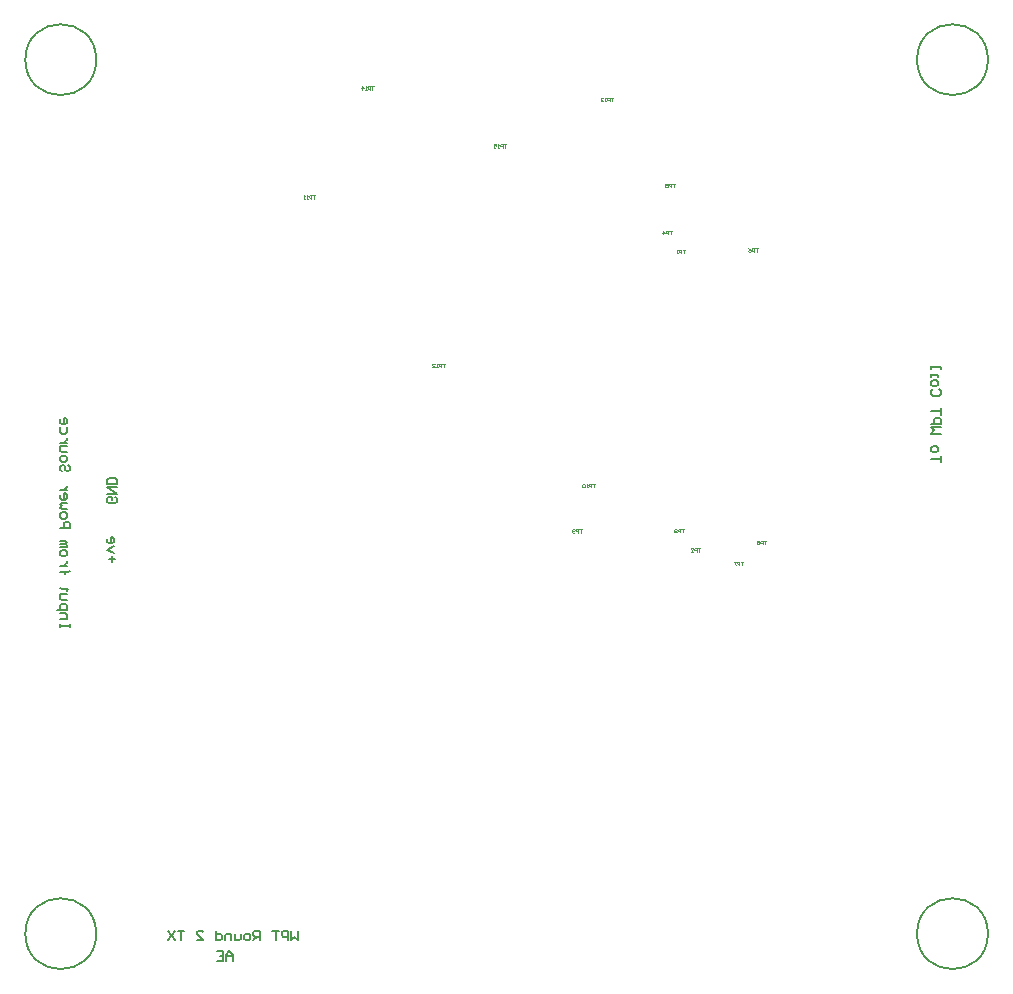
<source format=gbo>
G04*
G04 #@! TF.GenerationSoftware,Altium Limited,Altium Designer,20.1.12 (249)*
G04*
G04 Layer_Color=32896*
%FSLAX44Y44*%
%MOMM*%
G71*
G04*
G04 #@! TF.SameCoordinates,85B36F8B-E135-4E31-A215-2F58F684B550*
G04*
G04*
G04 #@! TF.FilePolarity,Positive*
G04*
G01*
G75*
%ADD12C,0.2000*%
%ADD13C,0.1000*%
D12*
X60000Y770000D02*
G03*
X60000Y770000I-30000J0D01*
G01*
Y30000D02*
G03*
X60000Y30000I-30000J0D01*
G01*
X815000Y770000D02*
G03*
X815000Y770000I-30000J0D01*
G01*
Y30000D02*
G03*
X815000Y30000I-30000J0D01*
G01*
X175500Y7000D02*
Y12332D01*
X172834Y14997D01*
X170168Y12332D01*
Y7000D01*
Y10999D01*
X175500D01*
X162171Y14997D02*
X167503D01*
Y7000D01*
X162171D01*
X167503Y10999D02*
X164837D01*
X230500Y32497D02*
Y24500D01*
X227834Y27166D01*
X225168Y24500D01*
Y32497D01*
X222503Y24500D02*
Y32497D01*
X218504D01*
X217171Y31165D01*
Y28499D01*
X218504Y27166D01*
X222503D01*
X214505Y32497D02*
X209174D01*
X211839D01*
Y24500D01*
X198510D02*
Y32497D01*
X194512D01*
X193179Y31165D01*
Y28499D01*
X194512Y27166D01*
X198510D01*
X195844D02*
X193179Y24500D01*
X189180D02*
X186514D01*
X185181Y25833D01*
Y28499D01*
X186514Y29832D01*
X189180D01*
X190513Y28499D01*
Y25833D01*
X189180Y24500D01*
X182516Y29832D02*
Y25833D01*
X181183Y24500D01*
X177184D01*
Y29832D01*
X174518Y24500D02*
Y29832D01*
X170519D01*
X169186Y28499D01*
Y24500D01*
X161189Y32497D02*
Y24500D01*
X165188D01*
X166521Y25833D01*
Y28499D01*
X165188Y29832D01*
X161189D01*
X145194Y24500D02*
X150526D01*
X145194Y29832D01*
Y31165D01*
X146527Y32497D01*
X149193D01*
X150526Y31165D01*
X134531Y32497D02*
X129199D01*
X131865D01*
Y24500D01*
X126534Y32497D02*
X121202Y24500D01*
Y32497D02*
X126534Y24500D01*
X73499Y344500D02*
Y349832D01*
X76164Y347166D02*
X70833D01*
X74832Y352497D02*
X69500Y355163D01*
X74832Y357829D01*
X69500Y364493D02*
Y361828D01*
X70833Y360495D01*
X73499D01*
X74832Y361828D01*
Y364493D01*
X73499Y365826D01*
X72166D01*
Y360495D01*
X76164Y399832D02*
X77497Y398499D01*
Y395833D01*
X76164Y394500D01*
X70833D01*
X69500Y395833D01*
Y398499D01*
X70833Y399832D01*
X73499D01*
Y397166D01*
X69500Y402497D02*
X77497D01*
X69500Y407829D01*
X77497D01*
Y410495D02*
X69500D01*
Y414494D01*
X70833Y415826D01*
X76164D01*
X77497Y414494D01*
Y410495D01*
X37663Y289500D02*
Y292166D01*
Y290833D01*
X29666D01*
Y289500D01*
Y292166D01*
Y296164D02*
X34997D01*
Y300163D01*
X33665Y301496D01*
X29666D01*
X27000Y304162D02*
X34997D01*
Y308161D01*
X33665Y309494D01*
X30999D01*
X29666Y308161D01*
Y304162D01*
X34997Y312159D02*
X30999D01*
X29666Y313492D01*
Y317491D01*
X34997D01*
X36330Y321490D02*
X34997D01*
Y320157D01*
Y322823D01*
Y321490D01*
X30999D01*
X29666Y322823D01*
Y336152D02*
X36330D01*
X33665D01*
Y334819D01*
Y337485D01*
Y336152D01*
X36330D01*
X37663Y337485D01*
X34997Y341483D02*
X29666D01*
X32332D01*
X33665Y342816D01*
X34997Y344149D01*
Y345482D01*
X29666Y350814D02*
Y353479D01*
X30999Y354812D01*
X33665D01*
X34997Y353479D01*
Y350814D01*
X33665Y349481D01*
X30999D01*
X29666Y350814D01*
Y357478D02*
X34997D01*
Y358811D01*
X33665Y360144D01*
X29666D01*
X33665D01*
X34997Y361477D01*
X33665Y362810D01*
X29666D01*
Y373473D02*
X37663D01*
Y377472D01*
X36330Y378805D01*
X33665D01*
X32332Y377472D01*
Y373473D01*
X29666Y382803D02*
Y385469D01*
X30999Y386802D01*
X33665D01*
X34997Y385469D01*
Y382803D01*
X33665Y381470D01*
X30999D01*
X29666Y382803D01*
X34997Y389468D02*
X30999D01*
X29666Y390801D01*
X30999Y392134D01*
X29666Y393466D01*
X30999Y394799D01*
X34997D01*
X29666Y401464D02*
Y398798D01*
X30999Y397465D01*
X33665D01*
X34997Y398798D01*
Y401464D01*
X33665Y402797D01*
X32332D01*
Y397465D01*
X34997Y405463D02*
X29666D01*
X32332D01*
X33665Y406796D01*
X34997Y408128D01*
Y409461D01*
X36330Y426789D02*
X37663Y425456D01*
Y422790D01*
X36330Y421457D01*
X34997D01*
X33665Y422790D01*
Y425456D01*
X32332Y426789D01*
X30999D01*
X29666Y425456D01*
Y422790D01*
X30999Y421457D01*
X29666Y430788D02*
Y433454D01*
X30999Y434786D01*
X33665D01*
X34997Y433454D01*
Y430788D01*
X33665Y429455D01*
X30999D01*
X29666Y430788D01*
X34997Y437452D02*
X30999D01*
X29666Y438785D01*
Y442784D01*
X34997D01*
Y445450D02*
X29666D01*
X32332D01*
X33665Y446783D01*
X34997Y448116D01*
Y449448D01*
Y458779D02*
Y454780D01*
X33665Y453447D01*
X30999D01*
X29666Y454780D01*
Y458779D01*
Y465443D02*
Y462777D01*
X30999Y461445D01*
X33665D01*
X34997Y462777D01*
Y465443D01*
X33665Y466776D01*
X32332D01*
Y461445D01*
X774997Y429500D02*
Y434832D01*
Y432166D01*
X767000D01*
Y438830D02*
Y441496D01*
X768333Y442829D01*
X770999D01*
X772332Y441496D01*
Y438830D01*
X770999Y437497D01*
X768333D01*
X767000Y438830D01*
X774997Y453492D02*
X767000D01*
X769666Y456158D01*
X767000Y458824D01*
X774997D01*
X767000Y461490D02*
X774997D01*
Y465488D01*
X773664Y466821D01*
X770999D01*
X769666Y465488D01*
Y461490D01*
X774997Y469487D02*
Y474819D01*
Y472153D01*
X767000D01*
X773664Y490813D02*
X774997Y489481D01*
Y486815D01*
X773664Y485482D01*
X768333D01*
X767000Y486815D01*
Y489481D01*
X768333Y490813D01*
X767000Y494812D02*
Y497478D01*
X768333Y498811D01*
X770999D01*
X772332Y497478D01*
Y494812D01*
X770999Y493479D01*
X768333D01*
X767000Y494812D01*
Y501477D02*
Y504143D01*
Y502810D01*
X772332D01*
Y501477D01*
X767000Y508141D02*
Y510807D01*
Y509474D01*
X774997D01*
Y508141D01*
D13*
X407055Y698526D02*
X405056D01*
X406055D01*
Y695527D01*
X404056D02*
Y698526D01*
X402557D01*
X402057Y698026D01*
Y697026D01*
X402557Y696526D01*
X404056D01*
X401057Y695527D02*
X400057D01*
X400557D01*
Y698526D01*
X401057Y698026D01*
X396558Y698526D02*
X398558D01*
Y697026D01*
X397558Y697526D01*
X397058D01*
X396558Y697026D01*
Y696027D01*
X397058Y695527D01*
X398058D01*
X398558Y696027D01*
X294924Y747593D02*
X292925D01*
X293924D01*
Y744594D01*
X291925D02*
Y747593D01*
X290425D01*
X289926Y747093D01*
Y746094D01*
X290425Y745594D01*
X291925D01*
X288926Y744594D02*
X287926D01*
X288426D01*
Y747593D01*
X288926Y747093D01*
X284927Y744594D02*
Y747593D01*
X286427Y746094D01*
X284427D01*
X497616Y737687D02*
X495617D01*
X496616D01*
Y734688D01*
X494617D02*
Y737687D01*
X493117D01*
X492618Y737187D01*
Y736188D01*
X493117Y735688D01*
X494617D01*
X491618Y734688D02*
X490618D01*
X491118D01*
Y737687D01*
X491618Y737187D01*
X489119D02*
X488619Y737687D01*
X487619D01*
X487119Y737187D01*
Y736687D01*
X487619Y736188D01*
X488119D01*
X487619D01*
X487119Y735688D01*
Y735188D01*
X487619Y734688D01*
X488619D01*
X489119Y735188D01*
X355122Y512643D02*
X353123D01*
X354122D01*
Y509644D01*
X352123D02*
Y512643D01*
X350624D01*
X350124Y512143D01*
Y511143D01*
X350624Y510644D01*
X352123D01*
X349124Y509644D02*
X348124D01*
X348624D01*
Y512643D01*
X349124Y512143D01*
X344625Y509644D02*
X346625D01*
X344625Y511643D01*
Y512143D01*
X345125Y512643D01*
X346125D01*
X346625Y512143D01*
X245140Y655137D02*
X243141D01*
X244140D01*
Y652138D01*
X242141D02*
Y655137D01*
X240641D01*
X240142Y654637D01*
Y653637D01*
X240641Y653138D01*
X242141D01*
X239142Y652138D02*
X238142D01*
X238642D01*
Y655137D01*
X239142Y654637D01*
X236643Y652138D02*
X235643D01*
X236143D01*
Y655137D01*
X236643Y654637D01*
X482176Y410816D02*
X480176D01*
X481176D01*
Y407817D01*
X479176D02*
Y410816D01*
X477677D01*
X477177Y410316D01*
Y409316D01*
X477677Y408816D01*
X479176D01*
X476177Y407817D02*
X475178D01*
X475678D01*
Y410816D01*
X476177Y410316D01*
X473678D02*
X473178Y410816D01*
X472179D01*
X471679Y410316D01*
Y408317D01*
X472179Y407817D01*
X473178D01*
X473678Y408317D01*
Y410316D01*
X471102Y372555D02*
X469103D01*
X470102D01*
Y369556D01*
X468103D02*
Y372555D01*
X466604D01*
X466104Y372055D01*
Y371055D01*
X466604Y370556D01*
X468103D01*
X465104Y370056D02*
X464604Y369556D01*
X463605D01*
X463105Y370056D01*
Y372055D01*
X463605Y372555D01*
X464604D01*
X465104Y372055D01*
Y371555D01*
X464604Y371055D01*
X463105D01*
X549940Y665043D02*
X547941D01*
X548940D01*
Y662044D01*
X546941D02*
Y665043D01*
X545442D01*
X544942Y664543D01*
Y663543D01*
X545442Y663044D01*
X546941D01*
X543942Y664543D02*
X543442Y665043D01*
X542442D01*
X541943Y664543D01*
Y664043D01*
X542442Y663543D01*
X541943Y663044D01*
Y662544D01*
X542442Y662044D01*
X543442D01*
X543942Y662544D01*
Y663044D01*
X543442Y663543D01*
X543942Y664043D01*
Y664543D01*
X543442Y663543D02*
X542442D01*
X607598Y345003D02*
X605599D01*
X606598D01*
Y342004D01*
X604599D02*
Y345003D01*
X603100D01*
X602600Y344503D01*
Y343503D01*
X603100Y343004D01*
X604599D01*
X601600Y345003D02*
X599601D01*
Y344503D01*
X601600Y342504D01*
Y342004D01*
X620124Y610139D02*
X618125D01*
X619124D01*
Y607140D01*
X617125D02*
Y610139D01*
X615625D01*
X615126Y609639D01*
Y608639D01*
X615625Y608140D01*
X617125D01*
X612127Y610139D02*
X613126Y609639D01*
X614126Y608639D01*
Y607640D01*
X613626Y607140D01*
X612626D01*
X612127Y607640D01*
Y608140D01*
X612626Y608639D01*
X614126D01*
X627410Y362529D02*
X625411D01*
X626410D01*
Y359530D01*
X624411D02*
Y362529D01*
X622911D01*
X622412Y362029D01*
Y361030D01*
X622911Y360530D01*
X624411D01*
X619413Y362529D02*
X621412D01*
Y361030D01*
X620412Y361529D01*
X619912D01*
X619413Y361030D01*
Y360030D01*
X619912Y359530D01*
X620912D01*
X621412Y360030D01*
X547400Y625165D02*
X545401D01*
X546400D01*
Y622166D01*
X544401D02*
Y625165D01*
X542901D01*
X542402Y624665D01*
Y623666D01*
X542901Y623166D01*
X544401D01*
X539902Y622166D02*
Y625165D01*
X541402Y623666D01*
X539403D01*
X557560Y372689D02*
X555561D01*
X556560D01*
Y369690D01*
X554561D02*
Y372689D01*
X553061D01*
X552562Y372189D01*
Y371189D01*
X553061Y370690D01*
X554561D01*
X551562Y372189D02*
X551062Y372689D01*
X550062D01*
X549563Y372189D01*
Y371689D01*
X550062Y371189D01*
X550562D01*
X550062D01*
X549563Y370690D01*
Y370190D01*
X550062Y369690D01*
X551062D01*
X551562Y370190D01*
X571499Y356499D02*
X569499D01*
X570499D01*
Y353501D01*
X568500D02*
Y356499D01*
X567000D01*
X566500Y356000D01*
Y355000D01*
X567000Y354500D01*
X568500D01*
X563501Y353501D02*
X565501D01*
X563501Y355500D01*
Y356000D01*
X564001Y356499D01*
X565001D01*
X565501Y356000D01*
X558499Y608999D02*
X556499D01*
X557499D01*
Y606001D01*
X555500D02*
Y608999D01*
X554000D01*
X553501Y608500D01*
Y607500D01*
X554000Y607000D01*
X555500D01*
X552501Y606001D02*
X551501D01*
X552001D01*
Y608999D01*
X552501Y608500D01*
M02*

</source>
